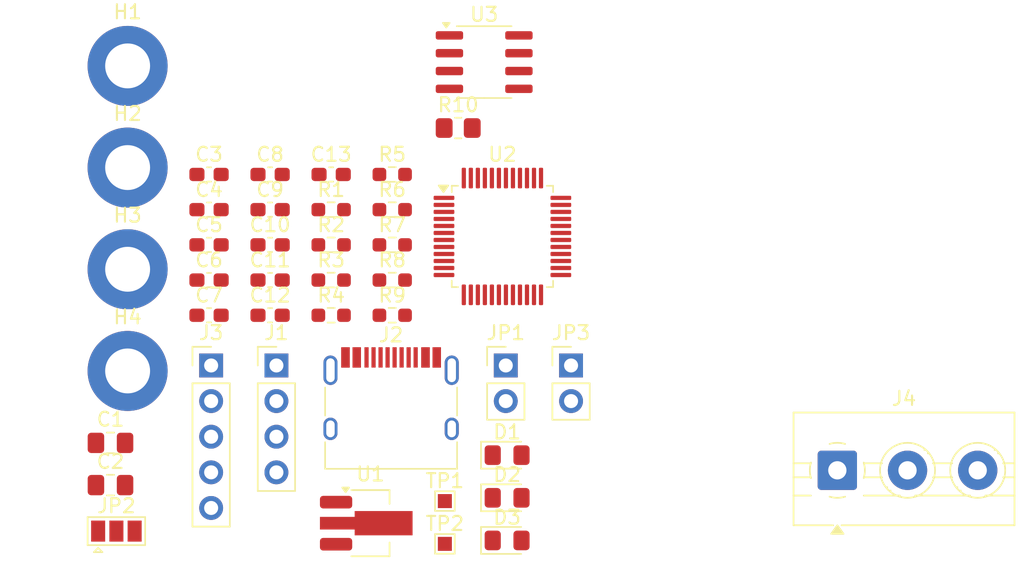
<source format=kicad_pcb>
(kicad_pcb (version 20241229) (generator "pcbnew") (generator_version "9.0")
  (layers (0 "F.Cu" signal) (2 "B.Cu" signal) (13 "F.Paste" user) (15 "B.Paste" user) (5 "F.SilkS" user "F.Silkscreen") (7 "B.SilkS" user "B.Silkscreen") (1 "F.Mask" user) (3 "B.Mask" user) (25 "Edge.Cuts" user))
  (net 0 "")
  (net 1 "+5V")
  (net 2 "GND")
  (net 3 "+3.3V")
  (net 4 "GNDD")
  (net 5 "+3V3D")
  (net 6 "/NRST")
  (net 7 "Net-(D1-A)")
  (net 8 "/WORD_LED")
  (net 9 "Net-(D2-A)")
  (net 10 "Net-(D3-A)")
  (net 11 "/STAT_LED")
  (net 12 "/USB_DN")
  (net 13 "/USB_DP")
  (net 14 "/CC1")
  (net 15 "/CC2")
  (net 16 "/SWDIO")
  (net 17 "/SWCLK")
  (net 18 "/CAN_1_L")
  (net 19 "/CAN_1_H")
  (net 20 "/BOOT0")
  (net 21 "Net-(JP2-B)")
  (net 22 "Net-(JP2-C)")
  (net 23 "Net-(JP3-B)")
  (net 53 "/FDCAN1_TX")
  (footprint "Package_QFP:LQFP-48_7x7mm_P0.5mm" (layer "F.Cu") (at 120.64 141.325)
    (property "Reference" "U2" (at 0 -5.85 0) (layer "F.SilkS"))
    (property "Value" "STM32G431C8Tx")
    (fp_line (start -3.61 -3.61) (end -3.61 -3.16) (stroke (width 0.12)) (layer "F.SilkS"))
    (fp_line (start -3.61 3.61) (end -3.61 3.16) (stroke (width 0.12)) (layer "F.SilkS"))
    (fp_line (start -3.16 -3.61) (end -3.61 -3.61) (stroke (width 0.12)) (layer "F.SilkS"))
    (fp_line (start -3.16 3.61) (end -3.61 3.61) (stroke (width 0.12)) (layer "F.SilkS"))
    (fp_line (start 3.16 -3.61) (end 3.61 -3.61) (stroke (width 0.12)) (layer "F.SilkS"))
    (fp_line (start 3.16 3.61) (end 3.61 3.61) (stroke (width 0.12)) (layer "F.SilkS"))
    (fp_line (start 3.61 -3.61) (end 3.61 -3.16) (stroke (width 0.12)) (layer "F.SilkS"))
    (fp_line (start 3.61 3.61) (end 3.61 3.16) (stroke (width 0.12)) (layer "F.SilkS"))
    (fp_poly (pts (xy -4.2 -3.16) (xy -4.54 -3.63) (xy -3.86 -3.63) (xy -4.2 -3.16)) (stroke (width 0.12)) (fill yes) (layer "F.SilkS"))
    (pad "1" smd roundrect (at -4.1625 -2.75) (size 1.475 0.3) (layers "F.Cu" "F.Mask" "F.Paste") (net 3 "+3.3V"))
    (pad "2" smd roundrect (at -4.1625 -2.25) (size 1.475 0.3) (layers "F.Cu" "F.Mask" "F.Paste"))
    (pad "3" smd roundrect (at -4.1625 -1.75) (size 1.475 0.3) (layers "F.Cu" "F.Mask" "F.Paste"))
    (pad "4" smd roundrect (at -4.1625 -1.25) (size 1.475 0.3) (layers "F.Cu" "F.Mask" "F.Paste"))
    (pad "5" smd roundrect (at -4.1625 -0.75) (size 1.475 0.3) (layers "F.Cu" "F.Mask" "F.Paste"))
    (pad "6" smd roundrect (at -4.1625 -0.25) (size 1.475 0.3) (layers "F.Cu" "F.Mask" "F.Paste"))
    (pad "7" smd roundrect (at -4.1625 0.25) (size 1.475 0.3) (layers "F.Cu" "F.Mask" "F.Paste") (net 6 "/NRST"))
    (pad "8" smd roundrect (at -4.1625 0.75) (size 1.475 0.3) (layers "F.Cu" "F.Mask" "F.Paste"))
    (pad "9" smd roundrect (at -4.1625 1.25) (size 1.475 0.3) (layers "F.Cu" "F.Mask" "F.Paste"))
    (pad "10" smd roundrect (at -4.1625 1.75) (size 1.475 0.3) (layers "F.Cu" "F.Mask" "F.Paste"))
    (pad "11" smd roundrect (at -4.1625 2.25) (size 1.475 0.3) (layers "F.Cu" "F.Mask" "F.Paste"))
    (pad "12" smd roundrect (at -4.1625 2.75) (size 1.475 0.3) (layers "F.Cu" "F.Mask" "F.Paste"))
    (pad "13" smd roundrect (at -2.75 4.1625) (size 0.3 1.475) (layers "F.Cu" "F.Mask" "F.Paste"))
    (pad "14" smd roundrect (at -2.25 4.1625) (size 0.3 1.475) (layers "F.Cu" "F.Mask" "F.Paste"))
    (pad "15" smd roundrect (at -1.75 4.1625) (size 0.3 1.475) (layers "F.Cu" "F.Mask" "F.Paste"))
    (pad "16" smd roundrect (at -1.25 4.1625) (size 0.3 1.475) (layers "F.Cu" "F.Mask" "F.Paste"))
    (pad "17" smd roundrect (at -0.75 4.1625) (size 0.3 1.475) (layers "F.Cu" "F.Mask" "F.Paste"))
    (pad "18" smd roundrect (at -0.25 4.1625) (size 0.3 1.475) (layers "F.Cu" "F.Mask" "F.Paste"))
    (pad "19" smd roundrect (at 0.25 4.1625) (size 0.3 1.475) (layers "F.Cu" "F.Mask" "F.Paste") (net 2 "GND"))
    (pad "20" smd roundrect (at 0.75 4.1625) (size 0.3 1.475) (layers "F.Cu" "F.Mask" "F.Paste") (net 3 "+3.3V"))
    (pad "21" smd roundrect (at 1.25 4.1625) (size 0.3 1.475) (layers "F.Cu" "F.Mask" "F.Paste") (net 3 "+3.3V"))
    (pad "22" smd roundrect (at 1.75 4.1625) (size 0.3 1.475) (layers "F.Cu" "F.Mask" "F.Paste"))
    (pad "23" smd roundrect (at 2.25 4.1625) (size 0.3 1.475) (layers "F.Cu" "F.Mask" "F.Paste") (net 2 "GND"))
    (pad "24" smd roundrect (at 2.75 4.1625) (size 0.3 1.475) (layers "F.Cu" "F.Mask" "F.Paste") (net 3 "+3.3V"))
    (pad "25" smd roundrect (at 4.1625 2.75) (size 1.475 0.3) (layers "F.Cu" "F.Mask" "F.Paste"))
    (pad "26" smd roundrect (at 4.1625 2.25) (size 1.475 0.3) (layers "F.Cu" "F.Mask" "F.Paste"))
    (pad "27" smd roundrect (at 4.1625 1.75) (size 1.475 0.3) (layers "F.Cu" "F.Mask" "F.Paste"))
    (pad "28" smd roundrect (at 4.1625 1.25) (size 1.475 0.3) (layers "F.Cu" "F.Mask" "F.Paste"))
    (pad "29" smd roundrect (at 4.1625 0.75) (size 1.475 0.3) (layers "F.Cu" "F.Mask" "F.Paste"))
    (pad "30" smd roundrect (at 4.1625 0.25) (size 1.475 0.3) (layers "F.Cu" "F.Mask" "F.Paste"))
    (pad "31" smd roundrect (at 4.1625 -0.25) (size 1.475 0.3) (layers "F.Cu" "F.Mask" "F.Paste"))
    (pad "32" smd roundrect (at 4.1625 -0.75) (size 1.475 0.3) (layers "F.Cu" "F.Mask" "F.Paste"))
    (pad "33" smd roundrect (at 4.1625 -1.25) (size 1.475 0.3) (layers "F.Cu" "F.Mask" "F.Paste") (net 13 "/USB_DP"))
    (pad "34" smd roundrect (at 4.1625 -1.75) (size 1.475 0.3) (layers "F.Cu" "F.Mask" "F.Paste") (net 12 "/USB_DN"))
    (pad "35" smd roundrect (at 4.1625 -2.25) (size 1.475 0.3) (layers "F.Cu" "F.Mask" "F.Paste") (net 2 "GND"))
    (pad "36" smd roundrect (at 4.1625 -2.75) (size 1.475 0.3) (layers "F.Cu" "F.Mask" "F.Paste") (net 3 "+3.3V"))
    (pad "37" smd roundrect (at 2.75 -4.1625) (size 0.3 1.475) (layers "F.Cu" "F.Mask" "F.Paste") (net 16 "/SWDIO"))
    (pad "38" smd roundrect (at 2.25 -4.1625) (size 0.3 1.475) (layers "F.Cu" "F.Mask" "F.Paste") (net 17 "/SWCLK"))
    (pad "39" smd roundrect (at 1.75 -4.1625) (size 0.3 1.475) (layers "F.Cu" "F.Mask" "F.Paste") (net 11 "/STAT_LED"))
    (pad "40" smd roundrect (at 1.25 -4.1625) (size 0.3 1.475) (layers "F.Cu" "F.Mask" "F.Paste"))
    (pad "41" smd roundrect (at 0.75 -4.1625) (size 0.3 1.475) (layers "F.Cu" "F.Mask" "F.Paste"))
    (pad "42" smd roundrect (at 0.25 -4.1625) (size 0.3 1.475) (layers "F.Cu" "F.Mask" "F.Paste"))
    (pad "43" smd roundrect (at -0.25 -4.1625) (size 0.3 1.475) (layers "F.Cu" "F.Mask" "F.Paste"))
    (pad "44" smd roundrect (at -0.75 -4.1625) (size 0.3 1.475) (layers "F.Cu" "F.Mask" "F.Paste"))
    (pad "45" smd roundrect (at -1.25 -4.1625) (size 0.3 1.475) (layers "F.Cu" "F.Mask" "F.Paste") (net 20 "/BOOT0"))
    (pad "46" smd roundrect (at -1.75 -4.1625) (size 0.3 1.475) (layers "F.Cu" "F.Mask" "F.Paste") (net 53 "/FDCAN1_TX"))
    (pad "47" smd roundrect (at -2.25 -4.1625) (size 0.3 1.475) (layers "F.Cu" "F.Mask" "F.Paste") (net 2 "GND"))
    (pad "48" smd roundrect (at -2.75 -4.1625) (size 0.3 1.475) (layers "F.Cu" "F.Mask" "F.Paste") (net 3 "+3.3V"))
  )
  (footprint "Connector_PinHeader_2.54mm:PinHeader_1x04_P2.54mm_Vertical" (layer "F.Cu") (at 104.54 150.525)
    (property "Reference" "J1" (at 0 -2.33 0) (layer "F.SilkS"))
    (property "Value" "USB header")
    (fp_line (start -1.33 -1.33) (end 0 -1.33) (stroke (width 0.12)) (layer "F.SilkS"))
    (fp_line (start -1.33 0) (end -1.33 -1.33) (stroke (width 0.12)) (layer "F.SilkS"))
    (fp_line (start -1.33 1.27) (end -1.33 8.95) (stroke (width 0.12)) (layer "F.SilkS"))
    (fp_line (start -1.33 1.27) (end 1.33 1.27) (stroke (width 0.12)) (layer "F.SilkS"))
    (fp_line (start -1.33 8.95) (end 1.33 8.95) (stroke (width 0.12)) (layer "F.SilkS"))
    (fp_line (start 1.33 1.27) (end 1.33 8.95) (stroke (width 0.12)) (layer "F.SilkS"))
    (pad "1" thru_hole rect (at 0 0) (size 1.7 1.7) (drill 1) (layers "*.Cu" "*.Mask") (net 2 "GND"))
    (pad "2" thru_hole oval (at 0 2.54) (size 1.7 1.7) (drill 1) (layers "*.Cu" "*.Mask") (net 13 "/USB_DP"))
    (pad "3" thru_hole oval (at 0 5.08) (size 1.7 1.7) (drill 1) (layers "*.Cu" "*.Mask") (net 12 "/USB_DN"))
    (pad "4" thru_hole oval (at 0 7.62) (size 1.7 1.7) (drill 1) (layers "*.Cu" "*.Mask") (net 1 "+5V"))
  )
  (footprint "MountingHole:MountingHole_3.2mm_M3_ISO7380_Pad" (layer "F.Cu") (at 93.94 143.665)
    (property "Reference" "H3" (at 0 -3.85 0) (layer "F.SilkS"))
    (property "Value" "MountingHole")
    (pad "1" thru_hole circle (at 0 0) (size 5.7 5.7) (drill 3.2) (layers "*.Cu" "*.Mask"))
  )
  (footprint "Connector_PinHeader_2.54mm:PinHeader_1x05_P2.54mm_Vertical" (layer "F.Cu") (at 99.89 150.525)
    (property "Reference" "J3" (at 0 -2.33 0) (layer "F.SilkS"))
    (property "Value" "Conn_01x05")
    (fp_line (start -1.33 -1.33) (end 0 -1.33) (stroke (width 0.12)) (layer "F.SilkS"))
    (fp_line (start -1.33 0) (end -1.33 -1.33) (stroke (width 0.12)) (layer "F.SilkS"))
    (fp_line (start -1.33 1.27) (end -1.33 11.49) (stroke (width 0.12)) (layer "F.SilkS"))
    (fp_line (start -1.33 1.27) (end 1.33 1.27) (stroke (width 0.12)) (layer "F.SilkS"))
    (fp_line (start -1.33 11.49) (end 1.33 11.49) (stroke (width 0.12)) (layer "F.SilkS"))
    (fp_line (start 1.33 1.27) (end 1.33 11.49) (stroke (width 0.12)) (layer "F.SilkS"))
    (pad "1" thru_hole rect (at 0 0) (size 1.7 1.7) (drill 1) (layers "*.Cu" "*.Mask") (net 3 "+3.3V"))
    (pad "2" thru_hole oval (at 0 2.54) (size 1.7 1.7) (drill 1) (layers "*.Cu" "*.Mask") (net 17 "/SWCLK"))
    (pad "3" thru_hole oval (at 0 5.08) (size 1.7 1.7) (drill 1) (layers "*.Cu" "*.Mask") (net 2 "GND"))
    (pad "4" thru_hole oval (at 0 7.62) (size 1.7 1.7) (drill 1) (layers "*.Cu" "*.Mask") (net 16 "/SWDIO"))
    (pad "5" thru_hole oval (at 0 10.16) (size 1.7 1.7) (drill 1) (layers "*.Cu" "*.Mask") (net 6 "/NRST"))
  )
  (footprint "MountingHole:MountingHole_3.2mm_M3_ISO7380_Pad" (layer "F.Cu") (at 93.94 129.165)
    (property "Reference" "H1" (at 0 -3.85 0) (layer "F.SilkS"))
    (property "Value" "MountingHole")
    (pad "1" thru_hole circle (at 0 0) (size 5.7 5.7) (drill 3.2) (layers "*.Cu" "*.Mask"))
  )
  (footprint "Resistor_SMD:R_0603_1608Metric_Pad0.98x0.95mm_HandSolder" (layer "F.Cu") (at 108.44 144.435)
    (property "Reference" "R3" (at 0 -1.43 0) (layer "F.SilkS"))
    (property "Value" "5K1")
    (fp_line (start -0.254724 -0.5225) (end 0.254724 -0.5225) (stroke (width 0.12)) (layer "F.SilkS"))
    (fp_line (start -0.254724 0.5225) (end 0.254724 0.5225) (stroke (width 0.12)) (layer "F.SilkS"))
    (pad "1" smd roundrect (at -0.9125 0) (size 0.975 0.95) (layers "F.Cu" "F.Mask" "F.Paste") (net 14 "/CC1"))
    (pad "2" smd roundrect (at 0.9125 0) (size 0.975 0.95) (layers "F.Cu" "F.Mask" "F.Paste") (net 2 "GND"))
  )
  (footprint "Capacitor_SMD:C_0805_2012Metric_Pad1.18x1.45mm_HandSolder" (layer "F.Cu") (at 92.72 156.045)
    (property "Reference" "C1" (at 0 -1.68 0) (layer "F.SilkS"))
    (property "Value" "22u/10V")
    (fp_line (start -0.261252 -0.735) (end 0.261252 -0.735) (stroke (width 0.12)) (layer "F.SilkS"))
    (fp_line (start -0.261252 0.735) (end 0.261252 0.735) (stroke (width 0.12)) (layer "F.SilkS"))
    (pad "1" smd roundrect (at -1.0375 0) (size 1.175 1.45) (layers "F.Cu" "F.Mask" "F.Paste") (roundrect_rratio 0.212766) (net 1 "+5V"))
    (pad "2" smd roundrect (at 1.0375 0) (size 1.175 1.45) (layers "F.Cu" "F.Mask" "F.Paste") (roundrect_rratio 0.212766) (net 2 "GND"))
  )
  (footprint "Connector_PinHeader_2.54mm:PinHeader_1x02_P2.54mm_Vertical" (layer "F.Cu") (at 125.53 150.525)
    (property "Reference" "JP3" (at 0 -2.33 0) (layer "F.SilkS"))
    (property "Value" "SolderJumper_2_Open")
    (fp_line (start -1.33 -1.33) (end 0 -1.33) (stroke (width 0.12)) (layer "F.SilkS"))
    (fp_line (start -1.33 0) (end -1.33 -1.33) (stroke (width 0.12)) (layer "F.SilkS"))
    (fp_line (start -1.33 1.27) (end -1.33 3.87) (stroke (width 0.12)) (layer "F.SilkS"))
    (fp_line (start -1.33 1.27) (end 1.33 1.27) (stroke (width 0.12)) (layer "F.SilkS"))
    (fp_line (start -1.33 3.87) (end 1.33 3.87) (stroke (width 0.12)) (layer "F.SilkS"))
    (fp_line (start 1.33 1.27) (end 1.33 3.87) (stroke (width 0.12)) (layer "F.SilkS"))
    (pad "1" thru_hole rect (at 0 0) (size 1.7 1.7) (drill 1) (layers "*.Cu" "*.Mask") (net 18 "/CAN_1_L"))
    (pad "2" thru_hole oval (at 0 2.54) (size 1.7 1.7) (drill 1) (layers "*.Cu" "*.Mask") (net 23 "Net-(JP3-B)"))
  )
  (footprint "LED_SMD:LED_0805_2012Metric_Pad1.15x1.40mm_HandSolder" (layer "F.Cu") (at 120.975 156.92)
    (property "Reference" "D1" (at 0 -1.65 0) (layer "F.SilkS"))
    (property "Value" "~")
    (fp_line (start -1.86 -0.96) (end -1.86 0.96) (stroke (width 0.12)) (layer "F.SilkS"))
    (fp_line (start -1.86 0.96) (end 1 0.96) (stroke (width 0.12)) (layer "F.SilkS"))
    (fp_line (start 1 -0.96) (end -1.86 -0.96) (stroke (width 0.12)) (layer "F.SilkS"))
    (pad "1" smd roundrect (at -1.025 0) (size 1.15 1.4) (layers "F.Cu" "F.Mask" "F.Paste") (roundrect_rratio 0.217391) (net 2 "GND"))
    (pad "2" smd roundrect (at 1.025 0) (size 1.15 1.4) (layers "F.Cu" "F.Mask" "F.Paste") (roundrect_rratio 0.217391) (net 7 "Net-(D1-A)"))
  )
  (footprint "Resistor_SMD:R_0603_1608Metric_Pad0.98x0.95mm_HandSolder" (layer "F.Cu") (at 108.44 141.925)
    (property "Reference" "R2" (at 0 -1.43 0) (layer "F.SilkS"))
    (property "Value" "5K1")
    (fp_line (start -0.254724 -0.5225) (end 0.254724 -0.5225) (stroke (width 0.12)) (layer "F.SilkS"))
    (fp_line (start -0.254724 0.5225) (end 0.254724 0.5225) (stroke (width 0.12)) (layer "F.SilkS"))
    (pad "1" smd roundrect (at -0.9125 0) (size 0.975 0.95) (layers "F.Cu" "F.Mask" "F.Paste") (net 15 "/CC2"))
    (pad "2" smd roundrect (at 0.9125 0) (size 0.975 0.95) (layers "F.Cu" "F.Mask" "F.Paste") (net 2 "GND"))
  )
  (footprint "Package_TO_SOT_SMD:SOT-89-3_Handsoldering" (layer "F.Cu") (at 111.24 161.77)
    (property "Reference" "U1" (at 0 -3.5 0) (layer "F.SilkS"))
    (property "Value" "L78L33_SOT89")
    (fp_line (start -1.36 -2.36) (end 1.36 -2.36) (stroke (width 0.12)) (layer "F.SilkS"))
    (fp_line (start -1.22 -2.36) (end 1.36 -2.36) (stroke (width 0.12)) (layer "F.SilkS"))
    (fp_line (start 1.36 -1.38) (end 1.36 -2.36) (stroke (width 0.12)) (layer "F.SilkS"))
    (fp_line (start 1.36 1.38) (end 1.36 2.36) (stroke (width 0.12)) (layer "F.SilkS"))
    (fp_line (start 1.36 2.36) (end -1.36 2.36) (stroke (width 0.12)) (layer "F.SilkS"))
    (fp_poly (pts (xy -1.77 -2.21) (xy -2.01 -2.54) (xy -1.53 -2.54) (xy -1.77 -2.21)) (stroke (width 0.12)) (fill yes) (layer "F.SilkS"))
    (pad "1" smd roundrect (at -2.45 -1.5) (size 2.3 0.9) (layers "F.Cu" "F.Mask" "F.Paste") (net 3 "+3.3V"))
    (pad "2" smd custom (at -2.3625 0) (size 2.475 0.9) (layers "F.Cu" "F.Mask" "F.Paste") (net 2 "GND") (options (clearance outline) (anchor rect)) (primitives (gr_poly (pts (xy 5.3625 0.8665) (xy 1.2375 0.8665) (xy 1.2375 -0.8665) (xy 5.3625 -0.8665)) (width 0) (fill yes))))
    (pad "3" smd roundrect (at -2.45 1.5) (size 2.3 0.9) (layers "F.Cu" "F.Mask" "F.Paste") (net 1 "+5V"))
  )
  (footprint "LED_SMD:LED_0805_2012Metric_Pad1.15x1.40mm_HandSolder" (layer "F.Cu") (at 120.975 163)
    (property "Reference" "D3" (at 0 -1.65 0) (layer "F.SilkS"))
    (property "Value" "~")
    (fp_line (start -1.86 -0.96) (end -1.86 0.96) (stroke (width 0.12)) (layer "F.SilkS"))
    (fp_line (start -1.86 0.96) (end 1 0.96) (stroke (width 0.12)) (layer "F.SilkS"))
    (fp_line (start 1 -0.96) (end -1.86 -0.96) (stroke (width 0.12)) (layer "F.SilkS"))
    (pad "1" smd roundrect (at -1.025 0) (size 1.15 1.4) (layers "F.Cu" "F.Mask" "F.Paste") (roundrect_rratio 0.217391) (net 11 "/STAT_LED"))
    (pad "2" smd roundrect (at 1.025 0) (size 1.15 1.4) (layers "F.Cu" "F.Mask" "F.Paste") (roundrect_rratio 0.217391) (net 10 "Net-(D3-A)"))
  )
  (footprint "Resistor_SMD:R_0603_1608Metric_Pad0.98x0.95mm_HandSolder" (layer "F.Cu") (at 112.79 139.415)
    (property "Reference" "R6" (at 0 -1.43 0) (layer "F.SilkS"))
    (property "Value" "330")
    (fp_line (start -0.254724 -0.5225) (end 0.254724 -0.5225) (stroke (width 0.12)) (layer "F.SilkS"))
    (fp_line (start -0.254724 0.5225) (end 0.254724 0.5225) (stroke (width 0.12)) (layer "F.SilkS"))
    (pad "1" smd roundrect (at -0.9125 0) (size 0.975 0.95) (layers "F.Cu" "F.Mask" "F.Paste") (net 3 "+3.3V"))
    (pad "2" smd roundrect (at 0.9125 0) (size 0.975 0.95) (layers "F.Cu" "F.Mask" "F.Paste") (net 10 "Net-(D3-A)"))
  )
  (footprint "Connector_USB:USB_C_Receptacle_HRO_TYPE-C-31-M-12" (layer "F.Cu") (at 112.71 153.995)
    (property "Reference" "J2" (at 0 -5.645 0) (layer "F.SilkS"))
    (property "Value" "USB_C_Receptacle_USB2.0_14P")
    (fp_line (start -4.7 -1.9) (end -4.7 0.1) (stroke (width 0.12)) (layer "F.SilkS"))
    (fp_line (start -4.7 2) (end -4.7 3.9) (stroke (width 0.12)) (layer "F.SilkS"))
    (fp_line (start -4.7 3.9) (end 4.7 3.9) (stroke (width 0.12)) (layer "F.SilkS"))
    (fp_line (start 4.7 -1.9) (end 4.7 0.1) (stroke (width 0.12)) (layer "F.SilkS"))
    (fp_line (start 4.7 2) (end 4.7 3.9) (stroke (width 0.12)) (layer "F.SilkS"))
    (pad "" np_thru_hole circle (at -2.89 -2.6) (size 0.65 0.65) (drill 0.65) (layers "*.Cu" "*.Mask"))
    (pad "" np_thru_hole circle (at 2.89 -2.6) (size 0.65 0.65) (drill 0.65) (layers "*.Cu" "*.Mask"))
    (pad "A1" smd rect (at -3.25 -4.045) (size 0.6 1.45) (layers "F.Cu" "F.Mask" "F.Paste") (net 2 "GND"))
    (pad "A4" smd rect (at -2.45 -4.045) (size 0.6 1.45) (layers "F.Cu" "F.Mask" "F.Paste") (net 1 "+5V"))
    (pad "A5" smd rect (at -1.25 -4.045) (size 0.3 1.45) (layers "F.Cu" "F.Mask" "F.Paste") (net 14 "/CC1"))
    (pad "A6" smd rect (at -0.25 -4.045) (size 0.3 1.45) (layers "F.Cu" "F.Mask" "F.Paste") (net 13 "/USB_DP"))
    (pad "A7" smd rect (at 0.25 -4.045) (size 0.3 1.45) (layers "F.Cu" "F.Mask" "F.Paste") (net 12 "/USB_DN"))
    (pad "A8" smd rect (at 1.25 -4.045) (size 0.3 1.45) (layers "F.Cu" "F.Mask" "F.Paste"))
    (pad "A9" smd rect (at 2.45 -4.045) (size 0.6 1.45) (layers "F.Cu" "F.Mask" "F.Paste") (net 1 "+5V"))
    (pad "A12" smd rect (at 3.25 -4.045) (size 0.6 1.45) (layers "F.Cu" "F.Mask" "F.Paste") (net 2 "GND"))
    (pad "B1" smd rect (at 3.25 -4.045) (size 0.6 1.45) (layers "F.Cu" "F.Mask" "F.Paste") (net 2 "GND"))
    (pad "B4" smd rect (at 2.45 -4.045) (size 0.6 1.45) (layers "F.Cu" "F.Mask" "F.Paste") (net 1 "+5V"))
    (pad "B5" smd rect (at 1.75 -4.045) (size 0.3 1.45) (layers "F.Cu" "F.Mask" "F.Paste") (net 15 "/CC2"))
    (pad "B6" smd rect (at 0.75 -4.045) (size 0.3 1.45) (layers "F.Cu" "F.Mask" "F.Paste") (net 13 "/USB_DP"))
    (pad "B7" smd rect (at -0.75 -4.045) (size 0.3 1.45) (layers "F.Cu" "F.Mask" "F.Paste") (net 12 "/USB_DN"))
    (pad "B8" smd rect (at -1.75 -4.045) (size 0.3 1.45) (layers "F.Cu" "F.Mask" "F.Paste"))
    (pad "B9" smd rect (at -2.45 -4.045) (size 0.6 1.45) (layers "F.Cu" "F.Mask" "F.Paste") (net 1 "+5V"))
    (pad "B12" smd rect (at -3.25 -4.045) (size 0.6 1.45) (layers "F.Cu" "F.Mask" "F.Paste") (net 2 "GND"))
    (pad "S1" thru_hole oval (at -4.32 -3.13) (size 1 2.1) (drill oval 0.6 1.7) (property pad_prop_heatsink) (layers "*.Cu" "*.Mask") (net 2 "GND"))
    (pad "S1" thru_hole oval (at -4.32 1.05) (size 1 1.6) (drill oval 0.6 1.2) (property pad_prop_heatsink) (layers "*.Cu" "*.Mask") (net 2 "GND"))
    (pad "S1" thru_hole oval (at 4.32 -3.13) (size 1 2.1) (drill oval 0.6 1.7) (property pad_prop_heatsink) (layers "*.Cu" "*.Mask") (net 2 "GND"))
    (pad "S1" thru_hole oval (at 4.32 1.05) (size 1 1.6) (drill oval 0.6 1.2) (property pad_prop_heatsink) (layers "*.Cu" "*.Mask") (net 2 "GND"))
  )
  (footprint "Package_SO:SOIC-8_3.9x4.9mm_P1.27mm" (layer "F.Cu") (at 119.34 128.895)
    (property "Reference" "U3" (at 0 -3.4 0) (layer "F.SilkS"))
    (property "Value" "SN65HVD230")
    (fp_line (start 0 -2.56) (end -1.95 -2.56) (stroke (width 0.12)) (layer "F.SilkS"))
    (fp_line (start 0 -2.56) (end 1.95 -2.56) (stroke (width 0.12)) (layer "F.SilkS"))
    (fp_line (start 0 2.56) (end -1.95 2.56) (stroke (width 0.12)) (layer "F.SilkS"))
    (fp_line (start 0 2.56) (end 1.95 2.56) (stroke (width 0.12)) (layer "F.SilkS"))
    (fp_poly (pts (xy -2.7 -2.465) (xy -2.94 -2.795) (xy -2.46 -2.795) (xy -2.7 -2.465)) (stroke (width 0.12)) (fill yes) (layer "F.SilkS"))
    (pad "1" smd roundrect (at -2.475 -1.905) (size 1.95 0.6) (layers "F.Cu" "F.Mask" "F.Paste") (net 53 "/FDCAN1_TX"))
    (pad "2" smd roundrect (at -2.475 -0.635) (size 1.95 0.6) (layers "F.Cu" "F.Mask" "F.Paste") (net 2 "GND"))
    (pad "3" smd roundrect (at -2.475 0.635) (size 1.95 0.6) (layers "F.Cu" "F.Mask" "F.Paste") (net 5 "+3V3D"))
    (pad "4" smd roundrect (at -2.475 1.905) (size 1.95 0.6) (layers "F.Cu" "F.Mask" "F.Paste") (net 20 "/BOOT0"))
    (pad "5" smd roundrect (at 2.475 1.905) (size 1.95 0.6) (layers "F.Cu" "F.Mask" "F.Paste"))
    (pad "6" smd roundrect (at 2.475 0.635) (size 1.95 0.6) (layers "F.Cu" "F.Mask" "F.Paste") (net 18 "/CAN_1_L"))
    (pad "7" smd roundrect (at 2.475 -0.635) (size 1.95 0.6) (layers "F.Cu" "F.Mask" "F.Paste") (net 19 "/CAN_1_H"))
    (pad "8" smd roundrect (at 2.475 -1.905) (size 1.95 0.6) (layers "F.Cu" "F.Mask" "F.Paste") (net 22 "Net-(JP2-C)"))
  )
  (footprint "Connector_PinHeader_2.54mm:PinHeader_1x02_P2.54mm_Vertical" (layer "F.Cu") (at 120.88 150.525)
    (property "Reference" "JP1" (at 0 -2.33 0) (layer "F.SilkS"))
    (property "Value" "Jumper_2_Open")
    (fp_line (start -1.33 -1.33) (end 0 -1.33) (stroke (width 0.12)) (layer "F.SilkS"))
    (fp_line (start -1.33 0) (end -1.33 -1.33) (stroke (width 0.12)) (layer "F.SilkS"))
    (fp_line (start -1.33 1.27) (end -1.33 3.87) (stroke (width 0.12)) (layer "F.SilkS"))
    (fp_line (start -1.33 1.27) (end 1.33 1.27) (stroke (width 0.12)) (layer "F.SilkS"))
    (fp_line (start -1.33 3.87) (end 1.33 3.87) (stroke (width 0.12)) (layer "F.SilkS"))
    (fp_line (start 1.33 1.27) (end 1.33 3.87) (stroke (width 0.12)) (layer "F.SilkS"))
    (pad "1" thru_hole rect (at 0 0) (size 1.7 1.7) (drill 1) (layers "*.Cu" "*.Mask") (net 3 "+3.3V"))
    (pad "2" thru_hole oval (at 0 2.54) (size 1.7 1.7) (drill 1) (layers "*.Cu" "*.Mask") (net 20 "/BOOT0"))
  )
  (footprint "Capacitor_SMD:C_0603_1608Metric_Pad1.08x0.95mm_HandSolder" (layer "F.Cu") (at 99.74 144.435)
    (property "Reference" "C6" (at 0 -1.43 0) (layer "F.SilkS"))
    (property "Value" "100nF")
    (fp_line (start -0.146267 -0.51) (end 0.146267 -0.51) (stroke (width 0.12)) (layer "F.SilkS"))
    (fp_line (start -0.146267 0.51) (end 0.146267 0.51) (stroke (width 0.12)) (layer "F.SilkS"))
    (pad "1" smd roundrect (at -0.8625 0) (size 1.075 0.95) (layers "F.Cu" "F.Mask" "F.Paste") (net 3 "+3.3V"))
    (pad "2" smd roundrect (at 0.8625 0) (size 1.075 0.95) (layers "F.Cu" "F.Mask" "F.Paste") (net 4 "GNDD"))
  )
  (footprint "Jumper:SolderJumper-3_P1.3mm_Open_Pad1.0x1.5mm" (layer "F.Cu") (at 93.14 162.335)
    (property "Reference" "JP2" (at 0 -1.8 0) (layer "F.SilkS"))
    (property "Value" "SolderJumper_3_Open")
    (fp_line (start -2.05 -1) (end 2.05 -1) (stroke (width 0.12)) (layer "F.SilkS"))
    (fp_line (start -2.05 1) (end -2.05 -1) (stroke (width 0.12)) (layer "F.SilkS"))
    (fp_line (start -1.6 1.5) (end -1 1.5) (stroke (width 0.12)) (layer "F.SilkS"))
    (fp_line (start -1.3 1.2) (end -1.6 1.5) (stroke (width 0.12)) (layer "F.SilkS"))
    (fp_line (start -1.3 1.2) (end -1 1.5) (stroke (width 0.12)) (layer "F.SilkS"))
    (fp_line (start 2.05 -1) (end 2.05 1) (stroke (width 0.12)) (layer "F.SilkS"))
    (fp_line (start 2.05 1) (end -2.05 1) (stroke (width 0.12)) (layer "F.SilkS"))
    (pad "1" smd rect (at -1.3 0) (size 1 1.5) (layers "F.Cu" "F.Mask") (net 2 "GND"))
    (pad "2" smd rect (at 0 0) (size 1 1.5) (layers "F.Cu" "F.Mask") (net 22 "Net-(JP2-C)"))
    (pad "3" smd rect (at 1.3 0) (size 1 1.5) (layers "F.Cu" "F.Mask") (net 21 "Net-(JP2-B)"))
  )
  (footprint "TestPoint:TestPoint_Pad_1.0x1.0mm" (layer "F.Cu") (at 116.54 163.245)
    (property "Reference" "TP2" (at 0 -1.448 0) (layer "F.SilkS"))
    (property "Value" "TestPoint")
    (fp_line (start -0.7 -0.7) (end 0.7 -0.7) (stroke (width 0.12)) (layer "F.SilkS"))
    (fp_line (start -0.7 0.7) (end -0.7 -0.7) (stroke (width 0.12)) (layer "F.SilkS"))
    (fp_line (start 0.7 -0.7) (end 0.7 0.7) (stroke (width 0.12)) (layer "F.SilkS"))
    (fp_line (start 0.7 0.7) (end -0.7 0.7) (stroke (width 0.12)) (layer "F.SilkS"))
    (pad "1" smd rect (at 0 0) (size 1 1) (layers "F.Cu" "F.Mask") (net 18 "/CAN_1_L"))
  )
  (footprint "Resistor_SMD:R_0603_1608Metric_Pad0.98x0.95mm_HandSolder" (layer "F.Cu") (at 112.79 146.945)
    (property "Reference" "R9" (at 0 -1.43 0) (layer "F.SilkS"))
    (property "Value" "10k")
    (fp_line (start -0.254724 -0.5225) (end 0.254724 -0.5225) (stroke (width 0.12)) (layer "F.SilkS"))
    (fp_line (start -0.254724 0.5225) (end 0.254724 0.5225) (stroke (width 0.12)) (layer "F.SilkS"))
    (pad "1" smd roundrect (at -0.9125 0) (size 0.975 0.95) (layers "F.Cu" "F.Mask" "F.Paste") (net 2 "GND"))
    (pad "2" smd roundrect (at 0.9125 0) (size 0.975 0.95) (layers "F.Cu" "F.Mask" "F.Paste") (net 22 "Net-(JP2-C)"))
  )
  (footprint "Capacitor_SMD:C_0805_2012Metric_Pad1.18x1.45mm_HandSolder" (layer "F.Cu") (at 92.72 159.055)
    (property "Reference" "C2" (at 0 -1.68 0) (layer "F.SilkS"))
    (property "Value" "22u/10V")
    (fp_line (start -0.261252 -0.735) (end 0.261252 -0.735) (stroke (width 0.12)) (layer "F.SilkS"))
    (fp_line (start -0.261252 0.735) (end 0.261252 0.735) (stroke (width 0.12)) (layer "F.SilkS"))
    (pad "1" smd roundrect (at -1.0375 0) (size 1.175 1.45) (layers "F.Cu" "F.Mask" "F.Paste") (roundrect_rratio 0.212766) (net 3 "+3.3V"))
    (pad "2" smd roundrect (at 1.0375 0) (size 1.175 1.45) (layers "F.Cu" "F.Mask" "F.Paste") (roundrect_rratio 0.212766) (net 2 "GND"))
  )
  (footprint "Capacitor_SMD:C_0603_1608Metric_Pad1.08x0.95mm_HandSolder" (layer "F.Cu") (at 99.74 146.945)
    (property "Reference" "C7" (at 0 -1.43 0) (layer "F.SilkS"))
    (property "Value" "100nF")
    (fp_line (start -0.146267 -0.51) (end 0.146267 -0.51) (stroke (width 0.12)) (layer "F.SilkS"))
    (fp_line (start -0.146267 0.51) (end 0.146267 0.51) (stroke (width 0.12)) (layer "F.SilkS"))
    (pad "1" smd roundrect (at -0.8625 0) (size 1.075 0.95) (layers "F.Cu" "F.Mask" "F.Paste") (net 3 "+3.3V"))
    (pad "2" smd roundrect (at 0.8625 0) (size 1.075 0.95) (layers "F.Cu" "F.Mask" "F.Paste") (net 2 "GND"))
  )
  (footprint "Resistor_SMD:R_0603_1608Metric_Pad0.98x0.95mm_HandSolder" (layer "F.Cu") (at 112.79 141.925)
    (property "Reference" "R7" (at 0 -1.43 0) (layer "F.SilkS"))
    (property "Value" "10k")
    (fp_line (start -0.254724 -0.5225) (end 0.254724 -0.5225) (stroke (width 0.12)) (layer "F.SilkS"))
    (fp_line (start -0.254724 0.5225) (end 0.254724 0.5225) (stroke (width 0.12)) (layer "F.SilkS"))
    (pad "1" smd roundrect (at -0.9125 0) (size 0.975 0.95) (layers "F.Cu" "F.Mask" "F.Paste") (net 3 "+3.3V"))
    (pad "2" smd roundrect (at 0.9125 0) (size 0.975 0.95) (layers "F.Cu" "F.Mask" "F.Paste") (net 6 "/NRST"))
  )
  (footprint "Resistor_SMD:R_0603_1608Metric_Pad0.98x0.95mm_HandSolder" (layer "F.Cu") (at 112.79 136.905)
    (property "Reference" "R5" (at 0 -1.43 0) (layer "F.SilkS"))
    (property "Value" "330")
    (fp_line (start -0.254724 -0.5225) (end 0.254724 -0.5225) (stroke (width 0.12)) (layer "F.SilkS"))
    (fp_line (start -0.254724 0.5225) (end 0.254724 0.5225) (stroke (width 0.12)) (layer "F.SilkS"))
    (pad "1" smd roundrect (at -0.9125 0) (size 0.975 0.95) (layers "F.Cu" "F.Mask" "F.Paste") (net 3 "+3.3V"))
    (pad "2" smd roundrect (at 0.9125 0) (size 0.975 0.95) (layers "F.Cu" "F.Mask" "F.Paste") (net 9 "Net-(D2-A)"))
  )
  (footprint "MountingHole:MountingHole_3.2mm_M3_ISO7380_Pad" (layer "F.Cu") (at 93.94 150.915)
    (property "Reference" "H4" (at 0 -3.85 0) (layer "F.SilkS"))
    (property "Value" "MountingHole")
    (pad "1" thru_hole circle (at 0 0) (size 5.7 5.7) (drill 3.2) (layers "*.Cu" "*.Mask"))
  )
  (footprint "LED_SMD:LED_0805_2012Metric_Pad1.15x1.40mm_HandSolder" (layer "F.Cu") (at 120.975 159.96)
    (property "Reference" "D2" (at 0 -1.65 0) (layer "F.SilkS"))
    (property "Value" "~")
    (fp_line (start -1.86 -0.96) (end -1.86 0.96) (stroke (width 0.12)) (layer "F.SilkS"))
    (fp_line (start -1.86 0.96) (end 1 0.96) (stroke (width 0.12)) (layer "F.SilkS"))
    (fp_line (start 1 -0.96) (end -1.86 -0.96) (stroke (width 0.12)) (layer "F.SilkS"))
    (pad "1" smd roundrect (at -1.025 0) (size 1.15 1.4) (layers "F.Cu" "F.Mask" "F.Paste") (roundrect_rratio 0.217391) (net 8 "/WORD_LED"))
    (pad "2" smd roundrect (at 1.025 0) (size 1.15 1.4) (layers "F.Cu" "F.Mask" "F.Paste") (roundrect_rratio 0.217391) (net 9 "Net-(D2-A)"))
  )
  (footprint "Capacitor_SMD:C_0603_1608Metric_Pad1.08x0.95mm_HandSolder" (layer "F.Cu") (at 108.44 136.905)
    (property "Reference" "C13" (at 0 -1.43 0) (layer "F.SilkS"))
    (property "Value" "4.7uF")
    (fp_line (start -0.146267 -0.51) (end 0.146267 -0.51) (stroke (width 0.12)) (layer "F.SilkS"))
    (fp_line (start -0.146267 0.51) (end 0.146267 0.51) (stroke (width 0.12)) (layer "F.SilkS"))
    (pad "1" smd roundrect (at -0.8625 0) (size 1.075 0.95) (layers "F.Cu" "F.Mask" "F.Paste") (net 3 "+3.3V"))
    (pad "2" smd roundrect (at 0.8625 0) (size 1.075 0.95) (layers "F.Cu" "F.Mask" "F.Paste") (net 2 "GND"))
  )
  (footprint "TerminalBlock:TerminalBlock_MaiXu_MX126-5.0-03P_1x03_P5.00mm" (layer "F.Cu") (at 144.5 158)
    (property "Reference" "J4" (at 4.75 -5.12 0) (layer "F.SilkS"))
    (property "Value" "Screw_Terminal_01x03")
    (fp_line (start -3.12 -4.12) (end -3.12 3.92) (stroke (width 0.12)) (layer "F.SilkS"))
    (fp_line (start -3.12 -4.12) (end 12.62 -4.12) (stroke (width 0.12)) (layer "F.SilkS"))
    (fp_line (start -3.12 -0.5) (end -1.88 -0.5) (stroke (width 0.12)) (layer "F.SilkS"))
    (fp_line (start -3.12 0.5) (end -1.88 0.5) (stroke (width 0.12)) (layer "F.SilkS"))
    (fp_line (start -3.12 1.8) (end -1.88 1.8) (stroke (width 0.12)) (layer "F.SilkS"))
    (fp_line (start -3.12 3.92) (end -0.3 3.92) (stroke (width 0.12)) (layer "F.SilkS"))
    (fp_line (start 0.3 3.92) (end 12.62 3.92) (stroke (width 0.12)) (layer "F.SilkS"))
    (fp_line (start 1.88 -0.5) (end 3.188 -0.5) (stroke (width 0.12)) (layer "F.SilkS"))
    (fp_line (start 1.88 0.5) (end 3.188 0.5) (stroke (width 0.12)) (layer "F.SilkS"))
    (fp_line (start 1.88 1.8) (end 4.457 1.8) (stroke (width 0.12)) (layer "F.SilkS"))
    (fp_line (start 3.556 1.204) (end 3.513 1.247) (stroke (width 0.12)) (layer "F.SilkS"))
    (fp_line (start 3.795 1.443) (end 3.752 1.486) (stroke (width 0.12)) (layer "F.SilkS"))
    (fp_line (start 5.543 1.8) (end 9.457 1.8) (stroke (width 0.12)) (layer "F.SilkS"))
    (fp_line (start 6.247 -1.486) (end 6.204 -1.443) (stroke (width 0.12)) (layer "F.SilkS"))
    (fp_line (start 6.487 -1.247) (end 6.444 -1.204) (stroke (width 0.12)) (layer "F.SilkS"))
    (fp_line (start 6.812 -0.5) (end 8.188 -0.5) (stroke (width 0.12)) (layer "F.SilkS"))
    (fp_line (start 6.812 0.5) (end 8.188 0.5) (stroke (width 0.12)) (layer "F.SilkS"))
    (fp_line (start 8.556 1.204) (end 8.513 1.247) (stroke (width 0.12)) (layer "F.SilkS"))
    (fp_line (start 8.795 1.443) (end 8.752 1.486) (stroke (width 0.12)) (layer "F.SilkS"))
    (fp_line (start 10.543 1.8) (end 12.62 1.8) (stroke (width 0.12)) (layer "F.SilkS"))
    (fp_line (start 11.247 -1.486) (end 11.204 -1.443) (stroke (width 0.12)) (layer "F.SilkS"))
    (fp_line (start 11.487 -1.247) (end 11.444 -1.204) (stroke (width 0.12)) (layer "F.SilkS"))
    (fp_line (start 11.812 -0.5) (end 12.62 -0.5) (stroke (width 0.12)) (layer "F.SilkS"))
    (fp_line (start 11.812 0.5) (end 12.62 0.5) (stroke (width 0.12)) (layer "F.SilkS"))
    (fp_line (start 12.62 -4.12) (end 12.62 3.92) (stroke (width 0.12)) (layer "F.SilkS"))
    (fp_arc (start -1.88 0.554) (mid -1.959928 -0.000246) (end -1.879861 -0.554472) (stroke (width 0.12)) (layer "F.SilkS"))
    (fp_arc (start -0.554 -1.88) (mid 0.000246 -1.959928) (end 0.554472 -1.879861) (stroke (width 0.12)) (layer "F.SilkS"))
    (fp_arc (start 0.554 1.88) (mid -0.000246 1.959928) (end -0.554472 1.879861) (stroke (width 0.12)) (layer "F.SilkS"))
    (fp_arc (start 1.88 -0.554) (mid 1.959928 0.000246) (end 1.879861 0.554472) (stroke (width 0.12)) (layer "F.SilkS"))
    (fp_circle (center 5 0) (end 6.96 0) (stroke (width 0.12)) (fill no) (layer "F.SilkS"))
    (fp_circle (center 10 0) (end 11.96 0) (stroke (width 0.12)) (fill no) (layer "F.SilkS"))
    (fp_poly (pts (xy 0 3.92) (xy 0.44 4.53) (xy -0.44 4.53) (xy 0 3.92)) (stroke (width 0.12)) (fill yes) (layer "F.SilkS"))
    (pad "1" thru_hole roundrect (at 0 0) (size 2.8 2.8) (drill 1.3) (layers "*.Cu" "*.Mask") (roundrect_rratio 0.089286) (net 2 "GND"))
    (pad "2" thru_hole circle (at 5 0) (size 2.8 2.8) (drill 1.3) (layers "*.Cu" "*.Mask") (net 19 "/CAN_1_H"))
    (pad "3" thru_hole circle (at 10 0) (size 2.8 2.8) (drill 1.3) (layers "*.Cu" "*.Mask") (net 18 "/CAN_1_L"))
  )
  (footprint "Capacitor_SMD:C_0603_1608Metric_Pad1.08x0.95mm_HandSolder" (layer "F.Cu") (at 104.09 139.415)
    (property "Reference" "C9" (at 0 -1.43 0) (layer "F.SilkS"))
    (property "Value" "100nF")
    (fp_line (start -0.146267 -0.51) (end 0.146267 -0.51) (stroke (width 0.12)) (layer "F.SilkS"))
    (fp_line (start -0.146267 0.51) (end 0.146267 0.51) (stroke (width 0.12)) (layer "F.SilkS"))
    (pad "1" smd roundrect (at -0.8625 0) (size 1.075 0.95) (layers "F.Cu" "F.Mask" "F.Paste") (net 3 "+3.3V"))
    (pad "2" smd roundrect (at 0.8625 0) (size 1.075 0.95) (layers "F.Cu" "F.Mask" "F.Paste") (net 2 "GND"))
  )
  (footprint "Resistor_SMD:R_0603_1608Metric_Pad0.98x0.95mm_HandSolder" (layer "F.Cu") (at 108.44 146.945)
    (property "Reference" "R4" (at 0 -1.43 0) (layer "F.SilkS"))
    (property "Value" "330")
    (fp_line (start -0.254724 -0.5225) (end 0.254724 -0.5225) (stroke (width 0.12)) (layer "F.SilkS"))
    (fp_line (start -0.254724 0.5225) (end 0.254724 0.5225) (stroke (width 0.12)) (layer "F.SilkS"))
    (pad "1" smd roundrect (at -0.9125 0) (size 0.975 0.95) (layers "F.Cu" "F.Mask" "F.Paste") (net 3 "+3.3V"))
    (pad "2" smd roundrect (at 0.9125 0) (size 0.975 0.95) (layers "F.Cu" "F.Mask" "F.Paste") (net 7 "Net-(D1-A)"))
  )
  (footprint "MountingHole:MountingHole_3.2mm_M3_ISO7380_Pad" (layer "F.Cu") (at 93.94 136.415)
    (property "Reference" "H2" (at 0 -3.85 0) (layer "F.SilkS"))
    (property "Value" "MountingHole")
    (pad "1" thru_hole circle (at 0 0) (size 5.7 5.7) (drill 3.2) (layers "*.Cu" "*.Mask"))
  )
  (footprint "Capacitor_SMD:C_0603_1608Metric_Pad1.08x0.95mm_HandSolder" (layer "F.Cu") (at 99.74 139.415)
    (property "Reference" "C4" (at 0 -1.43 0) (layer "F.SilkS"))
    (property "Value" "10uF")
    (fp_line (start -0.146267 -0.51) (end 0.146267 -0.51) (stroke (width 0.12)) (layer "F.SilkS"))
    (fp_line (start -0.146267 0.51) (end 0.146267 0.51) (stroke (width 0.12)) (layer "F.SilkS"))
    (pad "1" smd roundrect (at -0.8625 0) (size 1.075 0.95) (layers "F.Cu" "F.Mask" "F.Paste") (net 3 "+3.3V"))
    (pad "2" smd roundrect (at 0.8625 0) (size 1.075 0.95) (layers "F.Cu" "F.Mask" "F.Paste") (net 4 "GNDD"))
  )
  (footprint "Capacitor_SMD:C_0603_1608Metric_Pad1.08x0.95mm_HandSolder" (layer "F.Cu") (at 104.09 141.925)
    (property "Reference" "C10" (at 0 -1.43 0) (layer "F.SilkS"))
    (property "Value" "100nF")
    (fp_line (start -0.146267 -0.51) (end 0.146267 -0.51) (stroke (width 0.12)) (layer "F.SilkS"))
    (fp_line (start -0.146267 0.51) (end 0.146267 0.51) (stroke (width 0.12)) (layer "F.SilkS"))
    (pad "1" smd roundrect (at -0.8625 0) (size 1.075 0.95) (layers "F.Cu" "F.Mask" "F.Paste") (net 3 "+3.3V"))
    (pad "2" smd roundrect (at 0.8625 0) (size 1.075 0.95) (layers "F.Cu" "F.Mask" "F.Paste") (net 2 "GND"))
  )
  (footprint "TestPoint:TestPoint_Pad_1.0x1.0mm" (layer "F.Cu") (at 116.54 160.195)
    (property "Reference" "TP1" (at 0 -1.448 0) (layer "F.SilkS"))
    (property "Value" "TestPoint")
    (fp_line (start -0.7 -0.7) (end 0.7 -0.7) (stroke (width 0.12)) (layer "F.SilkS"))
    (fp_line (start -0.7 0.7) (end -0.7 -0.7) (stroke (width 0.12)) (layer "F.SilkS"))
    (fp_line (start 0.7 -0.7) (end 0.7 0.7) (stroke (width 0.12)) (layer "F.SilkS"))
    (fp_line (start 0.7 0.7) (end -0.7 0.7) (stroke (width 0.12)) (layer "F.SilkS"))
    (pad "1" smd rect (at 0 0) (size 1 1) (layers "F.Cu" "F.Mask") (net 19 "/CAN_1_H"))
  )
  (footprint "Resistor_SMD:R_0805_2012Metric_Pad1.20x1.40mm_HandSolder" (layer "F.Cu") (at 117.49 133.595)
    (property "Reference" "R10" (at 0 -1.65 0) (layer "F.SilkS"))
    (property "Value" "120R")
    (fp_line (start -0.227064 -0.735) (end 0.227064 -0.735) (stroke (width 0.12)) (layer "F.SilkS"))
    (fp_line (start -0.227064 0.735) (end 0.227064 0.735) (stroke (width 0.12)) (layer "F.SilkS"))
    (pad "1" smd roundrect (at -1 0) (size 1.2 1.4) (layers "F.Cu" "F.Mask" "F.Paste") (roundrect_rratio 0.208333) (net 19 "/CAN_1_H"))
    (pad "2" smd roundrect (at 1 0) (size 1.2 1.4) (layers "F.Cu" "F.Mask" "F.Paste") (roundrect_rratio 0.208333) (net 23 "Net-(JP3-B)"))
  )
  (footprint "Capacitor_SMD:C_0603_1608Metric_Pad1.08x0.95mm_HandSolder" (layer "F.Cu") (at 104.09 136.905)
    (property "Reference" "C8" (at 0 -1.43 0) (layer "F.SilkS"))
    (property "Value" "100nF")
    (fp_line (start -0.146267 -0.51) (end 0.146267 -0.51) (stroke (width 0.12)) (layer "F.SilkS"))
    (fp_line (start -0.146267 0.51) (end 0.146267 0.51) (stroke (width 0.12)) (layer "F.SilkS"))
    (pad "1" smd roundrect (at -0.8625 0) (size 1.075 0.95) (layers "F.Cu" "F.Mask" "F.Paste") (net 6 "/NRST"))
    (pad "2" smd roundrect (at 0.8625 0) (size 1.075 0.95) (layers "F.Cu" "F.Mask" "F.Paste") (net 2 "GND"))
  )
  (footprint "Capacitor_SMD:C_0603_1608Metric_Pad1.08x0.95mm_HandSolder" (layer "F.Cu") (at 104.09 144.435)
    (property "Reference" "C11" (at 0 -1.43 0) (layer "F.SilkS"))
    (property "Value" "100nF")
    (fp_line (start -0.146267 -0.51) (end 0.146267 -0.51) (stroke (width 0.12)) (layer "F.SilkS"))
    (fp_line (start -0.146267 0.51) (end 0.146267 0.51) (stroke (width 0.12)) (layer "F.SilkS"))
    (pad "1" smd roundrect (at -0.8625 0) (size 1.075 0.95) (layers "F.Cu" "F.Mask" "F.Paste") (net 3 "+3.3V"))
    (pad "2" smd roundrect (at 0.8625 0) (size 1.075 0.95) (layers "F.Cu" "F.Mask" "F.Paste") (net 2 "GND"))
  )
  (footprint "Resistor_SMD:R_0603_1608Metric_Pad0.98x0.95mm_HandSolder" (layer "F.Cu") (at 112.79 144.435)
    (property "Reference" "R8" (at 0 -1.43 0) (layer "F.SilkS"))
    (property "Value" "2k2")
    (fp_line (start -0.254724 -0.5225) (end 0.254724 -0.5225) (stroke (width 0.12)) (layer "F.SilkS"))
    (fp_line (start -0.254724 0.5225) (end 0.254724 0.5225) (stroke (width 0.12)) (layer "F.SilkS"))
    (pad "1" smd roundrect (at -0.9125 0) (size 0.975 0.95) (layers "F.Cu" "F.Mask" "F.Paste") (net 5 "+3V3D"))
    (pad "2" smd roundrect (at 0.9125 0) (size 0.975 0.95) (layers "F.Cu" "F.Mask" "F.Paste") (net 21 "Net-(JP2-B)"))
  )
  (footprint "Resistor_SMD:R_0603_1608Metric_Pad0.98x0.95mm_HandSolder" (layer "F.Cu") (at 108.44 139.415)
    (property "Reference" "R1" (at 0 -1.43 0) (layer "F.SilkS"))
    (property "Value" "10k")
    (fp_line (start -0.254724 -0.5225) (end 0.254724 -0.5225) (stroke (width 0.12)) (layer "F.SilkS"))
    (fp_line (start -0.254724 0.5225) (end 0.254724 0.5225) (stroke (width 0.12)) (layer "F.SilkS"))
    (pad "1" smd roundrect (at -0.9125 0) (size 0.975 0.95) (layers "F.Cu" "F.Mask" "F.Paste") (net 20 "/BOOT0"))
    (pad "2" smd roundrect (at 0.9125 0) (size 0.975 0.95) (layers "F.Cu" "F.Mask" "F.Paste") (net 2 "GND"))
  )
  (footprint "Capacitor_SMD:C_0603_1608Metric_Pad1.08x0.95mm_HandSolder" (layer "F.Cu") (at 99.74 136.905)
    (property "Reference" "C3" (at 0 -1.43 0) (layer "F.SilkS"))
    (property "Value" "100n/50V")
    (fp_line (start -0.146267 -0.51) (end 0.146267 -0.51) (stroke (width 0.12)) (layer "F.SilkS"))
    (fp_line (start -0.146267 0.51) (end 0.146267 0.51) (stroke (width 0.12)) (layer "F.SilkS"))
    (pad "1" smd roundrect (at -0.8625 0) (size 1.075 0.95) (layers "F.Cu" "F.Mask" "F.Paste") (net 2 "GND"))
    (pad "2" smd roundrect (at 0.8625 0) (size 1.075 0.95) (layers "F.Cu" "F.Mask" "F.Paste") (net 3 "+3.3V"))
  )
  (footprint "Capacitor_SMD:C_0603_1608Metric_Pad1.08x0.95mm_HandSolder" (layer "F.Cu") (at 99.74 141.925)
    (property "Reference" "C5" (at 0 -1.43 0) (layer "F.SilkS"))
    (property "Value" "100nF")
    (fp_line (start -0.146267 -0.51) (end 0.146267 -0.51) (stroke (width 0.12)) (layer "F.SilkS"))
    (fp_line (start -0.146267 0.51) (end 0.146267 0.51) (stroke (width 0.12)) (layer "F.SilkS"))
    (pad "1" smd roundrect (at -0.8625 0) (size 1.075 0.95) (layers "F.Cu" "F.Mask" "F.Paste") (net 3 "+3.3V"))
    (pad "2" smd roundrect (at 0.8625 0) (size 1.075 0.95) (layers "F.Cu" "F.Mask" "F.Paste") (net 2 "GND"))
  )
  (footprint "Capacitor_SMD:C_0603_1608Metric_Pad1.08x0.95mm_HandSolder" (layer "F.Cu") (at 104.09 146.945)
    (property "Reference" "C12" (at 0 -1.43 0) (layer "F.SilkS"))
    (property "Value" "100nF")
    (fp_line (start -0.146267 -0.51) (end 0.146267 -0.51) (stroke (width 0.12)) (layer "F.SilkS"))
    (fp_line (start -0.146267 0.51) (end 0.146267 0.51) (stroke (width 0.12)) (layer "F.SilkS"))
    (pad "1" smd roundrect (at -0.8625 0) (size 1.075 0.95) (layers "F.Cu" "F.Mask" "F.Paste") (net 3 "+3.3V"))
    (pad "2" smd roundrect (at 0.8625 0) (size 1.075 0.95) (layers "F.Cu" "F.Mask" "F.Paste") (net 2 "GND"))
  )
)
</source>
